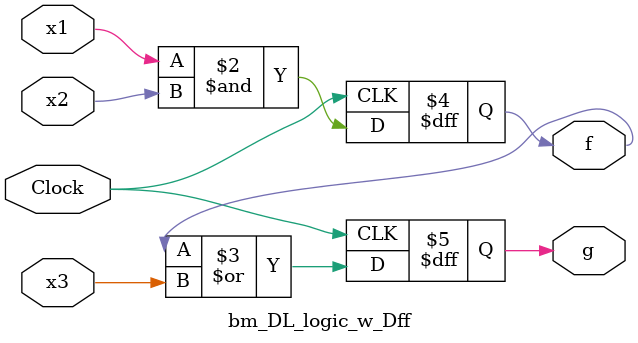
<source format=v>
/* pg 393 - logic with DFF */

module bm_DL_logic_w_Dff(x1, x2, x3, Clock, f, g);
	input x1, x2, x3, Clock;
	output f, g;
	reg f, g;
	
	always @(posedge Clock)
	begin
		f <= x1 & x2;
		g <= f | x3;
	end
	
endmodule

</source>
